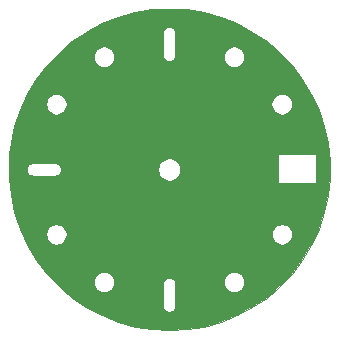
<source format=gbr>
%TF.GenerationSoftware,KiCad,Pcbnew,(5.1.12)-1*%
%TF.CreationDate,2023-02-20T15:46:43-05:00*%
%TF.ProjectId,seamaster-face,7365616d-6173-4746-9572-2d666163652e,rev?*%
%TF.SameCoordinates,Original*%
%TF.FileFunction,Copper,L2,Bot*%
%TF.FilePolarity,Positive*%
%FSLAX46Y46*%
G04 Gerber Fmt 4.6, Leading zero omitted, Abs format (unit mm)*
G04 Created by KiCad (PCBNEW (5.1.12)-1) date 2023-02-20 15:46:43*
%MOMM*%
%LPD*%
G01*
G04 APERTURE LIST*
%TA.AperFunction,NonConductor*%
%ADD10C,0.025400*%
%TD*%
%TA.AperFunction,NonConductor*%
%ADD11C,0.100000*%
%TD*%
G04 APERTURE END LIST*
D10*
X149516708Y-62949853D02*
X150972249Y-63188477D01*
X152393457Y-63583074D01*
X153763671Y-64129017D01*
X155066826Y-64819906D01*
X156287644Y-65647641D01*
X157411811Y-66602517D01*
X158426148Y-67673339D01*
X159318762Y-68847554D01*
X160079189Y-70111393D01*
X160698514Y-71450041D01*
X161169474Y-72847802D01*
X161486550Y-74288289D01*
X161646022Y-75754614D01*
X161646022Y-77229586D01*
X161486550Y-78695911D01*
X161169474Y-80136398D01*
X160698514Y-81534159D01*
X160079189Y-82872807D01*
X159318762Y-84136646D01*
X158426148Y-85310861D01*
X157411811Y-86381683D01*
X156287644Y-87336559D01*
X155066826Y-88164294D01*
X153763671Y-88855183D01*
X152393457Y-89401126D01*
X150972249Y-89795723D01*
X149516708Y-90034347D01*
X148043900Y-90114200D01*
X146571092Y-90034347D01*
X145115551Y-89795723D01*
X143694343Y-89401126D01*
X142324129Y-88855183D01*
X141020974Y-88164294D01*
X140845237Y-88045141D01*
X147495200Y-88045141D01*
X147502841Y-88122725D01*
X147533039Y-88222272D01*
X147582076Y-88314016D01*
X147648070Y-88394430D01*
X147728484Y-88460424D01*
X147820227Y-88509461D01*
X147919774Y-88539659D01*
X148023300Y-88549855D01*
X148126825Y-88539659D01*
X148226372Y-88509461D01*
X148318116Y-88460424D01*
X148398530Y-88394430D01*
X148464524Y-88314016D01*
X148513561Y-88222273D01*
X148543759Y-88122726D01*
X148551400Y-88045142D01*
X148551400Y-86163258D01*
X148543759Y-86085674D01*
X148513561Y-85986127D01*
X148488212Y-85938700D01*
X152665200Y-85938700D01*
X152665200Y-86109700D01*
X152698561Y-86277415D01*
X152764000Y-86435399D01*
X152859003Y-86577581D01*
X152979919Y-86698497D01*
X153122101Y-86793500D01*
X153280085Y-86858939D01*
X153447800Y-86892300D01*
X153618800Y-86892300D01*
X153786515Y-86858939D01*
X153944499Y-86793500D01*
X154086681Y-86698497D01*
X154207597Y-86577581D01*
X154302600Y-86435399D01*
X154368039Y-86277415D01*
X154401400Y-86109700D01*
X154401400Y-85938700D01*
X154368039Y-85770985D01*
X154302600Y-85613001D01*
X154207597Y-85470819D01*
X154086681Y-85349903D01*
X153944499Y-85254900D01*
X153786515Y-85189461D01*
X153618800Y-85156100D01*
X153447800Y-85156100D01*
X153280085Y-85189461D01*
X153122101Y-85254900D01*
X152979919Y-85349903D01*
X152859003Y-85470819D01*
X152764000Y-85613001D01*
X152698561Y-85770985D01*
X152665200Y-85938700D01*
X148488212Y-85938700D01*
X148464524Y-85894384D01*
X148398530Y-85813970D01*
X148318116Y-85747976D01*
X148226373Y-85698939D01*
X148126826Y-85668741D01*
X148023300Y-85658545D01*
X147919775Y-85668741D01*
X147820228Y-85698939D01*
X147728485Y-85747976D01*
X147648071Y-85813970D01*
X147582077Y-85894384D01*
X147533040Y-85986127D01*
X147502842Y-86085674D01*
X147495201Y-86163258D01*
X147495200Y-88045141D01*
X140845237Y-88045141D01*
X139800156Y-87336559D01*
X138675989Y-86381683D01*
X138258079Y-85940500D01*
X141648318Y-85940500D01*
X141648318Y-86111500D01*
X141681679Y-86279215D01*
X141747118Y-86437199D01*
X141842121Y-86579381D01*
X141963037Y-86700297D01*
X142105219Y-86795300D01*
X142263203Y-86860739D01*
X142430918Y-86894100D01*
X142601918Y-86894100D01*
X142769633Y-86860739D01*
X142927617Y-86795300D01*
X143069799Y-86700297D01*
X143190715Y-86579381D01*
X143285718Y-86437199D01*
X143351157Y-86279215D01*
X143384518Y-86111500D01*
X143384518Y-85940500D01*
X143351157Y-85772785D01*
X143285718Y-85614801D01*
X143190715Y-85472619D01*
X143069799Y-85351703D01*
X142927617Y-85256700D01*
X142769633Y-85191261D01*
X142601918Y-85157900D01*
X142430918Y-85157900D01*
X142263203Y-85191261D01*
X142105219Y-85256700D01*
X141963037Y-85351703D01*
X141842121Y-85472619D01*
X141747118Y-85614801D01*
X141681679Y-85772785D01*
X141648318Y-85940500D01*
X138258079Y-85940500D01*
X137661652Y-85310861D01*
X136769038Y-84136646D01*
X136008611Y-82872807D01*
X135562568Y-81908700D01*
X137615200Y-81908700D01*
X137615200Y-82079700D01*
X137648561Y-82247415D01*
X137714000Y-82405399D01*
X137809003Y-82547581D01*
X137929919Y-82668497D01*
X138072101Y-82763500D01*
X138230085Y-82828939D01*
X138397800Y-82862300D01*
X138568800Y-82862300D01*
X138736515Y-82828939D01*
X138894499Y-82763500D01*
X139036681Y-82668497D01*
X139157597Y-82547581D01*
X139252600Y-82405399D01*
X139318039Y-82247415D01*
X139351400Y-82079700D01*
X139351400Y-81908700D01*
X139350780Y-81905582D01*
X156697000Y-81905582D01*
X156697000Y-82076582D01*
X156730361Y-82244297D01*
X156795800Y-82402281D01*
X156890803Y-82544463D01*
X157011719Y-82665379D01*
X157153901Y-82760382D01*
X157311885Y-82825821D01*
X157479600Y-82859182D01*
X157650600Y-82859182D01*
X157818315Y-82825821D01*
X157976299Y-82760382D01*
X158118481Y-82665379D01*
X158239397Y-82544463D01*
X158334400Y-82402281D01*
X158399839Y-82244297D01*
X158433200Y-82076582D01*
X158433200Y-81905582D01*
X158399839Y-81737867D01*
X158334400Y-81579883D01*
X158239397Y-81437701D01*
X158118481Y-81316785D01*
X157976299Y-81221782D01*
X157818315Y-81156343D01*
X157650600Y-81122982D01*
X157479600Y-81122982D01*
X157311885Y-81156343D01*
X157153901Y-81221782D01*
X157011719Y-81316785D01*
X156890803Y-81437701D01*
X156795800Y-81579883D01*
X156730361Y-81737867D01*
X156697000Y-81905582D01*
X139350780Y-81905582D01*
X139318039Y-81740985D01*
X139252600Y-81583001D01*
X139157597Y-81440819D01*
X139036681Y-81319903D01*
X138894499Y-81224900D01*
X138736515Y-81159461D01*
X138568800Y-81126100D01*
X138397800Y-81126100D01*
X138230085Y-81159461D01*
X138072101Y-81224900D01*
X137929919Y-81319903D01*
X137809003Y-81440819D01*
X137714000Y-81583001D01*
X137648561Y-81740985D01*
X137615200Y-81908700D01*
X135562568Y-81908700D01*
X135389286Y-81534159D01*
X134918326Y-80136398D01*
X134601250Y-78695911D01*
X134441778Y-77229586D01*
X134441778Y-76484200D01*
X135957645Y-76484200D01*
X135967841Y-76587726D01*
X135998039Y-76687273D01*
X136047076Y-76779016D01*
X136113070Y-76859430D01*
X136193484Y-76925424D01*
X136285227Y-76974461D01*
X136384774Y-77004659D01*
X136462358Y-77012300D01*
X138344242Y-77012300D01*
X138421826Y-77004659D01*
X138521373Y-76974461D01*
X138613116Y-76925424D01*
X138693530Y-76859430D01*
X138759524Y-76779016D01*
X138808561Y-76687273D01*
X138838759Y-76587726D01*
X138848955Y-76484200D01*
X138840841Y-76401805D01*
X147105200Y-76401805D01*
X147105200Y-76586595D01*
X147141251Y-76767834D01*
X147211967Y-76938557D01*
X147314630Y-77092204D01*
X147445296Y-77222870D01*
X147598943Y-77325533D01*
X147769666Y-77396249D01*
X147950905Y-77432300D01*
X148135695Y-77432300D01*
X148316934Y-77396249D01*
X148487657Y-77325533D01*
X148641304Y-77222870D01*
X148771970Y-77092204D01*
X148874633Y-76938557D01*
X148945349Y-76767834D01*
X148981400Y-76586595D01*
X148981400Y-76401805D01*
X148945349Y-76220566D01*
X148874633Y-76049843D01*
X148771970Y-75896196D01*
X148641304Y-75765530D01*
X148487657Y-75662867D01*
X148316934Y-75592151D01*
X148135695Y-75556100D01*
X147950905Y-75556100D01*
X147769666Y-75592151D01*
X147598943Y-75662867D01*
X147445296Y-75765530D01*
X147314630Y-75896196D01*
X147211967Y-76049843D01*
X147141251Y-76220566D01*
X147105200Y-76401805D01*
X138840841Y-76401805D01*
X138838759Y-76380674D01*
X138808561Y-76281127D01*
X138759524Y-76189384D01*
X138693530Y-76108970D01*
X138613116Y-76042976D01*
X138521373Y-75993939D01*
X138421826Y-75963741D01*
X138344242Y-75956100D01*
X136462358Y-75956100D01*
X136384774Y-75963741D01*
X136285227Y-75993939D01*
X136193484Y-76042976D01*
X136113070Y-76108970D01*
X136047076Y-76189384D01*
X135998039Y-76281127D01*
X135967841Y-76380674D01*
X135957645Y-76484200D01*
X134441778Y-76484200D01*
X134441778Y-75754614D01*
X134499289Y-75225800D01*
X157250916Y-75225800D01*
X157251101Y-75227677D01*
X157251100Y-77636133D01*
X157250916Y-77638000D01*
X157251652Y-77645469D01*
X157253830Y-77652651D01*
X157257368Y-77659269D01*
X157262129Y-77665071D01*
X157267931Y-77669832D01*
X157274549Y-77673370D01*
X157281731Y-77675548D01*
X157289200Y-77676284D01*
X157291067Y-77676100D01*
X160381833Y-77676100D01*
X160383700Y-77676284D01*
X160385567Y-77676100D01*
X160391169Y-77675548D01*
X160398351Y-77673370D01*
X160404969Y-77669832D01*
X160410771Y-77665071D01*
X160415532Y-77659269D01*
X160419070Y-77652651D01*
X160421248Y-77645469D01*
X160421984Y-77638000D01*
X160421800Y-77636133D01*
X160421800Y-75227667D01*
X160421984Y-75225800D01*
X160421248Y-75218331D01*
X160419070Y-75211149D01*
X160415532Y-75204531D01*
X160410771Y-75198729D01*
X160404969Y-75193968D01*
X160398351Y-75190430D01*
X160391169Y-75188252D01*
X160385567Y-75187700D01*
X160383700Y-75187516D01*
X160381833Y-75187700D01*
X157291067Y-75187700D01*
X157289200Y-75187516D01*
X157287333Y-75187700D01*
X157281731Y-75188252D01*
X157274549Y-75190430D01*
X157267931Y-75193968D01*
X157262129Y-75198729D01*
X157257368Y-75204531D01*
X157253830Y-75211149D01*
X157251652Y-75218331D01*
X157250916Y-75225800D01*
X134499289Y-75225800D01*
X134601250Y-74288289D01*
X134918326Y-72847802D01*
X135389286Y-71450041D01*
X135647547Y-70891818D01*
X137613400Y-70891818D01*
X137613400Y-71062818D01*
X137646761Y-71230533D01*
X137712200Y-71388517D01*
X137807203Y-71530699D01*
X137928119Y-71651615D01*
X138070301Y-71746618D01*
X138228285Y-71812057D01*
X138396000Y-71845418D01*
X138567000Y-71845418D01*
X138734715Y-71812057D01*
X138892699Y-71746618D01*
X139034881Y-71651615D01*
X139155797Y-71530699D01*
X139250800Y-71388517D01*
X139316239Y-71230533D01*
X139349600Y-71062818D01*
X139349600Y-70891818D01*
X139348980Y-70888700D01*
X156695200Y-70888700D01*
X156695200Y-71059700D01*
X156728561Y-71227415D01*
X156794000Y-71385399D01*
X156889003Y-71527581D01*
X157009919Y-71648497D01*
X157152101Y-71743500D01*
X157310085Y-71808939D01*
X157477800Y-71842300D01*
X157648800Y-71842300D01*
X157816515Y-71808939D01*
X157974499Y-71743500D01*
X158116681Y-71648497D01*
X158237597Y-71527581D01*
X158332600Y-71385399D01*
X158398039Y-71227415D01*
X158431400Y-71059700D01*
X158431400Y-70888700D01*
X158398039Y-70720985D01*
X158332600Y-70563001D01*
X158237597Y-70420819D01*
X158116681Y-70299903D01*
X157974499Y-70204900D01*
X157816515Y-70139461D01*
X157648800Y-70106100D01*
X157477800Y-70106100D01*
X157310085Y-70139461D01*
X157152101Y-70204900D01*
X157009919Y-70299903D01*
X156889003Y-70420819D01*
X156794000Y-70563001D01*
X156728561Y-70720985D01*
X156695200Y-70888700D01*
X139348980Y-70888700D01*
X139316239Y-70724103D01*
X139250800Y-70566119D01*
X139155797Y-70423937D01*
X139034881Y-70303021D01*
X138892699Y-70208018D01*
X138734715Y-70142579D01*
X138567000Y-70109218D01*
X138396000Y-70109218D01*
X138228285Y-70142579D01*
X138070301Y-70208018D01*
X137928119Y-70303021D01*
X137807203Y-70423937D01*
X137712200Y-70566119D01*
X137646761Y-70724103D01*
X137613400Y-70891818D01*
X135647547Y-70891818D01*
X136008611Y-70111393D01*
X136769038Y-68847554D01*
X137661652Y-67673339D01*
X138433319Y-66858700D01*
X141645200Y-66858700D01*
X141645200Y-67029700D01*
X141678561Y-67197415D01*
X141744000Y-67355399D01*
X141839003Y-67497581D01*
X141959919Y-67618497D01*
X142102101Y-67713500D01*
X142260085Y-67778939D01*
X142427800Y-67812300D01*
X142598800Y-67812300D01*
X142766515Y-67778939D01*
X142924499Y-67713500D01*
X143066681Y-67618497D01*
X143187597Y-67497581D01*
X143282600Y-67355399D01*
X143348039Y-67197415D01*
X143381400Y-67029700D01*
X143381400Y-66858700D01*
X143348039Y-66690985D01*
X143282600Y-66533001D01*
X143187597Y-66390819D01*
X143066681Y-66269903D01*
X142924499Y-66174900D01*
X142766515Y-66109461D01*
X142598800Y-66076100D01*
X142427800Y-66076100D01*
X142260085Y-66109461D01*
X142102101Y-66174900D01*
X141959919Y-66269903D01*
X141839003Y-66390819D01*
X141744000Y-66533001D01*
X141678561Y-66690985D01*
X141645200Y-66858700D01*
X138433319Y-66858700D01*
X138675989Y-66602517D01*
X139800156Y-65647641D01*
X140868538Y-64923260D01*
X147495200Y-64923260D01*
X147495201Y-66805141D01*
X147502842Y-66882725D01*
X147533040Y-66982272D01*
X147582077Y-67074015D01*
X147648071Y-67154429D01*
X147728485Y-67220423D01*
X147820228Y-67269460D01*
X147919775Y-67299658D01*
X148023300Y-67309854D01*
X148126826Y-67299658D01*
X148226373Y-67269460D01*
X148318116Y-67220423D01*
X148398530Y-67154429D01*
X148464524Y-67074015D01*
X148513561Y-66982272D01*
X148543759Y-66882725D01*
X148546302Y-66856900D01*
X152662082Y-66856900D01*
X152662082Y-67027900D01*
X152695443Y-67195615D01*
X152760882Y-67353599D01*
X152855885Y-67495781D01*
X152976801Y-67616697D01*
X153118983Y-67711700D01*
X153276967Y-67777139D01*
X153444682Y-67810500D01*
X153615682Y-67810500D01*
X153783397Y-67777139D01*
X153941381Y-67711700D01*
X154083563Y-67616697D01*
X154204479Y-67495781D01*
X154299482Y-67353599D01*
X154364921Y-67195615D01*
X154398282Y-67027900D01*
X154398282Y-66856900D01*
X154364921Y-66689185D01*
X154299482Y-66531201D01*
X154204479Y-66389019D01*
X154083563Y-66268103D01*
X153941381Y-66173100D01*
X153783397Y-66107661D01*
X153615682Y-66074300D01*
X153444682Y-66074300D01*
X153276967Y-66107661D01*
X153118983Y-66173100D01*
X152976801Y-66268103D01*
X152855885Y-66389019D01*
X152760882Y-66531201D01*
X152695443Y-66689185D01*
X152662082Y-66856900D01*
X148546302Y-66856900D01*
X148551400Y-66805141D01*
X148551400Y-64923259D01*
X148543759Y-64845675D01*
X148513561Y-64746128D01*
X148464524Y-64654385D01*
X148398530Y-64573971D01*
X148318116Y-64507977D01*
X148226372Y-64458940D01*
X148126825Y-64428742D01*
X148023300Y-64418546D01*
X147919774Y-64428742D01*
X147820227Y-64458940D01*
X147728484Y-64507977D01*
X147648070Y-64573971D01*
X147582076Y-64654385D01*
X147533039Y-64746129D01*
X147502841Y-64845676D01*
X147495200Y-64923260D01*
X140868538Y-64923260D01*
X141020974Y-64819906D01*
X142324129Y-64129017D01*
X143694343Y-63583074D01*
X145115551Y-63188477D01*
X146571092Y-62949853D01*
X148043900Y-62870000D01*
X149516708Y-62949853D01*
%TA.AperFunction,NonConductor*%
D11*
G36*
X149516708Y-62949853D02*
G01*
X150972249Y-63188477D01*
X152393457Y-63583074D01*
X153763671Y-64129017D01*
X155066826Y-64819906D01*
X156287644Y-65647641D01*
X157411811Y-66602517D01*
X158426148Y-67673339D01*
X159318762Y-68847554D01*
X160079189Y-70111393D01*
X160698514Y-71450041D01*
X161169474Y-72847802D01*
X161486550Y-74288289D01*
X161646022Y-75754614D01*
X161646022Y-77229586D01*
X161486550Y-78695911D01*
X161169474Y-80136398D01*
X160698514Y-81534159D01*
X160079189Y-82872807D01*
X159318762Y-84136646D01*
X158426148Y-85310861D01*
X157411811Y-86381683D01*
X156287644Y-87336559D01*
X155066826Y-88164294D01*
X153763671Y-88855183D01*
X152393457Y-89401126D01*
X150972249Y-89795723D01*
X149516708Y-90034347D01*
X148043900Y-90114200D01*
X146571092Y-90034347D01*
X145115551Y-89795723D01*
X143694343Y-89401126D01*
X142324129Y-88855183D01*
X141020974Y-88164294D01*
X140845237Y-88045141D01*
X147495200Y-88045141D01*
X147502841Y-88122725D01*
X147533039Y-88222272D01*
X147582076Y-88314016D01*
X147648070Y-88394430D01*
X147728484Y-88460424D01*
X147820227Y-88509461D01*
X147919774Y-88539659D01*
X148023300Y-88549855D01*
X148126825Y-88539659D01*
X148226372Y-88509461D01*
X148318116Y-88460424D01*
X148398530Y-88394430D01*
X148464524Y-88314016D01*
X148513561Y-88222273D01*
X148543759Y-88122726D01*
X148551400Y-88045142D01*
X148551400Y-86163258D01*
X148543759Y-86085674D01*
X148513561Y-85986127D01*
X148488212Y-85938700D01*
X152665200Y-85938700D01*
X152665200Y-86109700D01*
X152698561Y-86277415D01*
X152764000Y-86435399D01*
X152859003Y-86577581D01*
X152979919Y-86698497D01*
X153122101Y-86793500D01*
X153280085Y-86858939D01*
X153447800Y-86892300D01*
X153618800Y-86892300D01*
X153786515Y-86858939D01*
X153944499Y-86793500D01*
X154086681Y-86698497D01*
X154207597Y-86577581D01*
X154302600Y-86435399D01*
X154368039Y-86277415D01*
X154401400Y-86109700D01*
X154401400Y-85938700D01*
X154368039Y-85770985D01*
X154302600Y-85613001D01*
X154207597Y-85470819D01*
X154086681Y-85349903D01*
X153944499Y-85254900D01*
X153786515Y-85189461D01*
X153618800Y-85156100D01*
X153447800Y-85156100D01*
X153280085Y-85189461D01*
X153122101Y-85254900D01*
X152979919Y-85349903D01*
X152859003Y-85470819D01*
X152764000Y-85613001D01*
X152698561Y-85770985D01*
X152665200Y-85938700D01*
X148488212Y-85938700D01*
X148464524Y-85894384D01*
X148398530Y-85813970D01*
X148318116Y-85747976D01*
X148226373Y-85698939D01*
X148126826Y-85668741D01*
X148023300Y-85658545D01*
X147919775Y-85668741D01*
X147820228Y-85698939D01*
X147728485Y-85747976D01*
X147648071Y-85813970D01*
X147582077Y-85894384D01*
X147533040Y-85986127D01*
X147502842Y-86085674D01*
X147495201Y-86163258D01*
X147495200Y-88045141D01*
X140845237Y-88045141D01*
X139800156Y-87336559D01*
X138675989Y-86381683D01*
X138258079Y-85940500D01*
X141648318Y-85940500D01*
X141648318Y-86111500D01*
X141681679Y-86279215D01*
X141747118Y-86437199D01*
X141842121Y-86579381D01*
X141963037Y-86700297D01*
X142105219Y-86795300D01*
X142263203Y-86860739D01*
X142430918Y-86894100D01*
X142601918Y-86894100D01*
X142769633Y-86860739D01*
X142927617Y-86795300D01*
X143069799Y-86700297D01*
X143190715Y-86579381D01*
X143285718Y-86437199D01*
X143351157Y-86279215D01*
X143384518Y-86111500D01*
X143384518Y-85940500D01*
X143351157Y-85772785D01*
X143285718Y-85614801D01*
X143190715Y-85472619D01*
X143069799Y-85351703D01*
X142927617Y-85256700D01*
X142769633Y-85191261D01*
X142601918Y-85157900D01*
X142430918Y-85157900D01*
X142263203Y-85191261D01*
X142105219Y-85256700D01*
X141963037Y-85351703D01*
X141842121Y-85472619D01*
X141747118Y-85614801D01*
X141681679Y-85772785D01*
X141648318Y-85940500D01*
X138258079Y-85940500D01*
X137661652Y-85310861D01*
X136769038Y-84136646D01*
X136008611Y-82872807D01*
X135562568Y-81908700D01*
X137615200Y-81908700D01*
X137615200Y-82079700D01*
X137648561Y-82247415D01*
X137714000Y-82405399D01*
X137809003Y-82547581D01*
X137929919Y-82668497D01*
X138072101Y-82763500D01*
X138230085Y-82828939D01*
X138397800Y-82862300D01*
X138568800Y-82862300D01*
X138736515Y-82828939D01*
X138894499Y-82763500D01*
X139036681Y-82668497D01*
X139157597Y-82547581D01*
X139252600Y-82405399D01*
X139318039Y-82247415D01*
X139351400Y-82079700D01*
X139351400Y-81908700D01*
X139350780Y-81905582D01*
X156697000Y-81905582D01*
X156697000Y-82076582D01*
X156730361Y-82244297D01*
X156795800Y-82402281D01*
X156890803Y-82544463D01*
X157011719Y-82665379D01*
X157153901Y-82760382D01*
X157311885Y-82825821D01*
X157479600Y-82859182D01*
X157650600Y-82859182D01*
X157818315Y-82825821D01*
X157976299Y-82760382D01*
X158118481Y-82665379D01*
X158239397Y-82544463D01*
X158334400Y-82402281D01*
X158399839Y-82244297D01*
X158433200Y-82076582D01*
X158433200Y-81905582D01*
X158399839Y-81737867D01*
X158334400Y-81579883D01*
X158239397Y-81437701D01*
X158118481Y-81316785D01*
X157976299Y-81221782D01*
X157818315Y-81156343D01*
X157650600Y-81122982D01*
X157479600Y-81122982D01*
X157311885Y-81156343D01*
X157153901Y-81221782D01*
X157011719Y-81316785D01*
X156890803Y-81437701D01*
X156795800Y-81579883D01*
X156730361Y-81737867D01*
X156697000Y-81905582D01*
X139350780Y-81905582D01*
X139318039Y-81740985D01*
X139252600Y-81583001D01*
X139157597Y-81440819D01*
X139036681Y-81319903D01*
X138894499Y-81224900D01*
X138736515Y-81159461D01*
X138568800Y-81126100D01*
X138397800Y-81126100D01*
X138230085Y-81159461D01*
X138072101Y-81224900D01*
X137929919Y-81319903D01*
X137809003Y-81440819D01*
X137714000Y-81583001D01*
X137648561Y-81740985D01*
X137615200Y-81908700D01*
X135562568Y-81908700D01*
X135389286Y-81534159D01*
X134918326Y-80136398D01*
X134601250Y-78695911D01*
X134441778Y-77229586D01*
X134441778Y-76484200D01*
X135957645Y-76484200D01*
X135967841Y-76587726D01*
X135998039Y-76687273D01*
X136047076Y-76779016D01*
X136113070Y-76859430D01*
X136193484Y-76925424D01*
X136285227Y-76974461D01*
X136384774Y-77004659D01*
X136462358Y-77012300D01*
X138344242Y-77012300D01*
X138421826Y-77004659D01*
X138521373Y-76974461D01*
X138613116Y-76925424D01*
X138693530Y-76859430D01*
X138759524Y-76779016D01*
X138808561Y-76687273D01*
X138838759Y-76587726D01*
X138848955Y-76484200D01*
X138840841Y-76401805D01*
X147105200Y-76401805D01*
X147105200Y-76586595D01*
X147141251Y-76767834D01*
X147211967Y-76938557D01*
X147314630Y-77092204D01*
X147445296Y-77222870D01*
X147598943Y-77325533D01*
X147769666Y-77396249D01*
X147950905Y-77432300D01*
X148135695Y-77432300D01*
X148316934Y-77396249D01*
X148487657Y-77325533D01*
X148641304Y-77222870D01*
X148771970Y-77092204D01*
X148874633Y-76938557D01*
X148945349Y-76767834D01*
X148981400Y-76586595D01*
X148981400Y-76401805D01*
X148945349Y-76220566D01*
X148874633Y-76049843D01*
X148771970Y-75896196D01*
X148641304Y-75765530D01*
X148487657Y-75662867D01*
X148316934Y-75592151D01*
X148135695Y-75556100D01*
X147950905Y-75556100D01*
X147769666Y-75592151D01*
X147598943Y-75662867D01*
X147445296Y-75765530D01*
X147314630Y-75896196D01*
X147211967Y-76049843D01*
X147141251Y-76220566D01*
X147105200Y-76401805D01*
X138840841Y-76401805D01*
X138838759Y-76380674D01*
X138808561Y-76281127D01*
X138759524Y-76189384D01*
X138693530Y-76108970D01*
X138613116Y-76042976D01*
X138521373Y-75993939D01*
X138421826Y-75963741D01*
X138344242Y-75956100D01*
X136462358Y-75956100D01*
X136384774Y-75963741D01*
X136285227Y-75993939D01*
X136193484Y-76042976D01*
X136113070Y-76108970D01*
X136047076Y-76189384D01*
X135998039Y-76281127D01*
X135967841Y-76380674D01*
X135957645Y-76484200D01*
X134441778Y-76484200D01*
X134441778Y-75754614D01*
X134499289Y-75225800D01*
X157250916Y-75225800D01*
X157251101Y-75227677D01*
X157251100Y-77636133D01*
X157250916Y-77638000D01*
X157251652Y-77645469D01*
X157253830Y-77652651D01*
X157257368Y-77659269D01*
X157262129Y-77665071D01*
X157267931Y-77669832D01*
X157274549Y-77673370D01*
X157281731Y-77675548D01*
X157289200Y-77676284D01*
X157291067Y-77676100D01*
X160381833Y-77676100D01*
X160383700Y-77676284D01*
X160385567Y-77676100D01*
X160391169Y-77675548D01*
X160398351Y-77673370D01*
X160404969Y-77669832D01*
X160410771Y-77665071D01*
X160415532Y-77659269D01*
X160419070Y-77652651D01*
X160421248Y-77645469D01*
X160421984Y-77638000D01*
X160421800Y-77636133D01*
X160421800Y-75227667D01*
X160421984Y-75225800D01*
X160421248Y-75218331D01*
X160419070Y-75211149D01*
X160415532Y-75204531D01*
X160410771Y-75198729D01*
X160404969Y-75193968D01*
X160398351Y-75190430D01*
X160391169Y-75188252D01*
X160385567Y-75187700D01*
X160383700Y-75187516D01*
X160381833Y-75187700D01*
X157291067Y-75187700D01*
X157289200Y-75187516D01*
X157287333Y-75187700D01*
X157281731Y-75188252D01*
X157274549Y-75190430D01*
X157267931Y-75193968D01*
X157262129Y-75198729D01*
X157257368Y-75204531D01*
X157253830Y-75211149D01*
X157251652Y-75218331D01*
X157250916Y-75225800D01*
X134499289Y-75225800D01*
X134601250Y-74288289D01*
X134918326Y-72847802D01*
X135389286Y-71450041D01*
X135647547Y-70891818D01*
X137613400Y-70891818D01*
X137613400Y-71062818D01*
X137646761Y-71230533D01*
X137712200Y-71388517D01*
X137807203Y-71530699D01*
X137928119Y-71651615D01*
X138070301Y-71746618D01*
X138228285Y-71812057D01*
X138396000Y-71845418D01*
X138567000Y-71845418D01*
X138734715Y-71812057D01*
X138892699Y-71746618D01*
X139034881Y-71651615D01*
X139155797Y-71530699D01*
X139250800Y-71388517D01*
X139316239Y-71230533D01*
X139349600Y-71062818D01*
X139349600Y-70891818D01*
X139348980Y-70888700D01*
X156695200Y-70888700D01*
X156695200Y-71059700D01*
X156728561Y-71227415D01*
X156794000Y-71385399D01*
X156889003Y-71527581D01*
X157009919Y-71648497D01*
X157152101Y-71743500D01*
X157310085Y-71808939D01*
X157477800Y-71842300D01*
X157648800Y-71842300D01*
X157816515Y-71808939D01*
X157974499Y-71743500D01*
X158116681Y-71648497D01*
X158237597Y-71527581D01*
X158332600Y-71385399D01*
X158398039Y-71227415D01*
X158431400Y-71059700D01*
X158431400Y-70888700D01*
X158398039Y-70720985D01*
X158332600Y-70563001D01*
X158237597Y-70420819D01*
X158116681Y-70299903D01*
X157974499Y-70204900D01*
X157816515Y-70139461D01*
X157648800Y-70106100D01*
X157477800Y-70106100D01*
X157310085Y-70139461D01*
X157152101Y-70204900D01*
X157009919Y-70299903D01*
X156889003Y-70420819D01*
X156794000Y-70563001D01*
X156728561Y-70720985D01*
X156695200Y-70888700D01*
X139348980Y-70888700D01*
X139316239Y-70724103D01*
X139250800Y-70566119D01*
X139155797Y-70423937D01*
X139034881Y-70303021D01*
X138892699Y-70208018D01*
X138734715Y-70142579D01*
X138567000Y-70109218D01*
X138396000Y-70109218D01*
X138228285Y-70142579D01*
X138070301Y-70208018D01*
X137928119Y-70303021D01*
X137807203Y-70423937D01*
X137712200Y-70566119D01*
X137646761Y-70724103D01*
X137613400Y-70891818D01*
X135647547Y-70891818D01*
X136008611Y-70111393D01*
X136769038Y-68847554D01*
X137661652Y-67673339D01*
X138433319Y-66858700D01*
X141645200Y-66858700D01*
X141645200Y-67029700D01*
X141678561Y-67197415D01*
X141744000Y-67355399D01*
X141839003Y-67497581D01*
X141959919Y-67618497D01*
X142102101Y-67713500D01*
X142260085Y-67778939D01*
X142427800Y-67812300D01*
X142598800Y-67812300D01*
X142766515Y-67778939D01*
X142924499Y-67713500D01*
X143066681Y-67618497D01*
X143187597Y-67497581D01*
X143282600Y-67355399D01*
X143348039Y-67197415D01*
X143381400Y-67029700D01*
X143381400Y-66858700D01*
X143348039Y-66690985D01*
X143282600Y-66533001D01*
X143187597Y-66390819D01*
X143066681Y-66269903D01*
X142924499Y-66174900D01*
X142766515Y-66109461D01*
X142598800Y-66076100D01*
X142427800Y-66076100D01*
X142260085Y-66109461D01*
X142102101Y-66174900D01*
X141959919Y-66269903D01*
X141839003Y-66390819D01*
X141744000Y-66533001D01*
X141678561Y-66690985D01*
X141645200Y-66858700D01*
X138433319Y-66858700D01*
X138675989Y-66602517D01*
X139800156Y-65647641D01*
X140868538Y-64923260D01*
X147495200Y-64923260D01*
X147495201Y-66805141D01*
X147502842Y-66882725D01*
X147533040Y-66982272D01*
X147582077Y-67074015D01*
X147648071Y-67154429D01*
X147728485Y-67220423D01*
X147820228Y-67269460D01*
X147919775Y-67299658D01*
X148023300Y-67309854D01*
X148126826Y-67299658D01*
X148226373Y-67269460D01*
X148318116Y-67220423D01*
X148398530Y-67154429D01*
X148464524Y-67074015D01*
X148513561Y-66982272D01*
X148543759Y-66882725D01*
X148546302Y-66856900D01*
X152662082Y-66856900D01*
X152662082Y-67027900D01*
X152695443Y-67195615D01*
X152760882Y-67353599D01*
X152855885Y-67495781D01*
X152976801Y-67616697D01*
X153118983Y-67711700D01*
X153276967Y-67777139D01*
X153444682Y-67810500D01*
X153615682Y-67810500D01*
X153783397Y-67777139D01*
X153941381Y-67711700D01*
X154083563Y-67616697D01*
X154204479Y-67495781D01*
X154299482Y-67353599D01*
X154364921Y-67195615D01*
X154398282Y-67027900D01*
X154398282Y-66856900D01*
X154364921Y-66689185D01*
X154299482Y-66531201D01*
X154204479Y-66389019D01*
X154083563Y-66268103D01*
X153941381Y-66173100D01*
X153783397Y-66107661D01*
X153615682Y-66074300D01*
X153444682Y-66074300D01*
X153276967Y-66107661D01*
X153118983Y-66173100D01*
X152976801Y-66268103D01*
X152855885Y-66389019D01*
X152760882Y-66531201D01*
X152695443Y-66689185D01*
X152662082Y-66856900D01*
X148546302Y-66856900D01*
X148551400Y-66805141D01*
X148551400Y-64923259D01*
X148543759Y-64845675D01*
X148513561Y-64746128D01*
X148464524Y-64654385D01*
X148398530Y-64573971D01*
X148318116Y-64507977D01*
X148226372Y-64458940D01*
X148126825Y-64428742D01*
X148023300Y-64418546D01*
X147919774Y-64428742D01*
X147820227Y-64458940D01*
X147728484Y-64507977D01*
X147648070Y-64573971D01*
X147582076Y-64654385D01*
X147533039Y-64746129D01*
X147502841Y-64845676D01*
X147495200Y-64923260D01*
X140868538Y-64923260D01*
X141020974Y-64819906D01*
X142324129Y-64129017D01*
X143694343Y-63583074D01*
X145115551Y-63188477D01*
X146571092Y-62949853D01*
X148043900Y-62870000D01*
X149516708Y-62949853D01*
G37*
%TD.AperFunction*%
M02*

</source>
